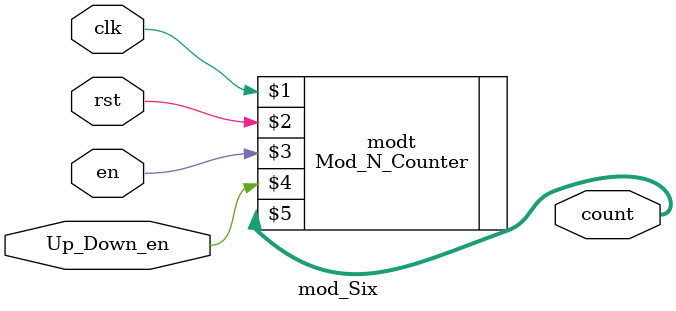
<source format=v>
`timescale 1ns / 1ps


module mod_Six(input clk, rst,en,Up_Down_en, output [2:0]count);

Mod_N_Counter  #(3,6)modt (clk, rst,en,Up_Down_en, count);

endmodule

</source>
